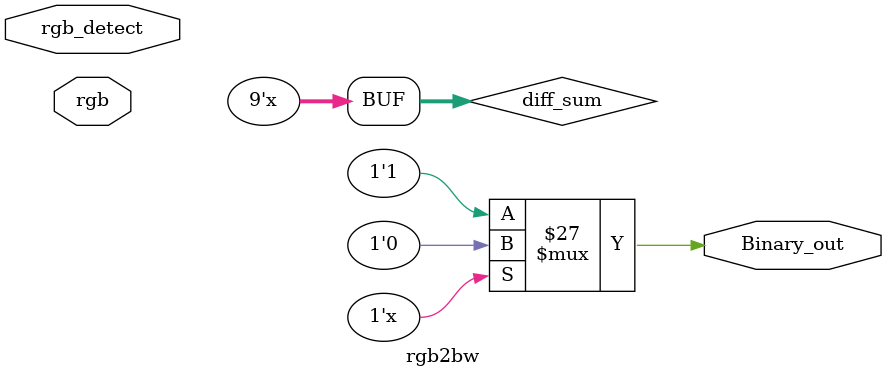
<source format=v>
`timescale 1ns / 1ps


module rgb2bw(
input [23:0] rgb,
input [23:0] rgb_detect,
output reg Binary_out
);

reg [7:0] r_diff;
reg [7:0] g_diff;
reg [7:0] b_diff;
reg [8:0] diff_sum;

always@(*) begin
	
	//different for each channel
	//red
	if(rgb[23:16] > rgb_detect[23:16])
		r_diff <= rgb[23:16] - rgb_detect[23:16];
	else
		r_diff <= rgb_detect[23:16] - rgb[23:16];
	//green
	if(rgb[15:8] > rgb_detect[15:8])
		g_diff <= rgb[15:8] - rgb_detect[15:8];
	else
		g_diff <= rgb_detect[15:8] - rgb[15:8];
	//blue
	if(rgb[7:0] > rgb_detect[7:0])
		b_diff <= rgb[7:0] - rgb_detect[7:0];
	else
		b_diff <= rgb_detect[7:0] - rgb[7:0];
		
        diff_sum <= r_diff/4 + g_diff/4 + b_diff/4;
        
       //  threshold
        if(diff_sum > 34|| r_diff/2 > 15 ||  g_diff/4 > 15 || b_diff/4 >15)
            Binary_out <= 0;
        else
            Binary_out <= 1;
end

endmodule


</source>
